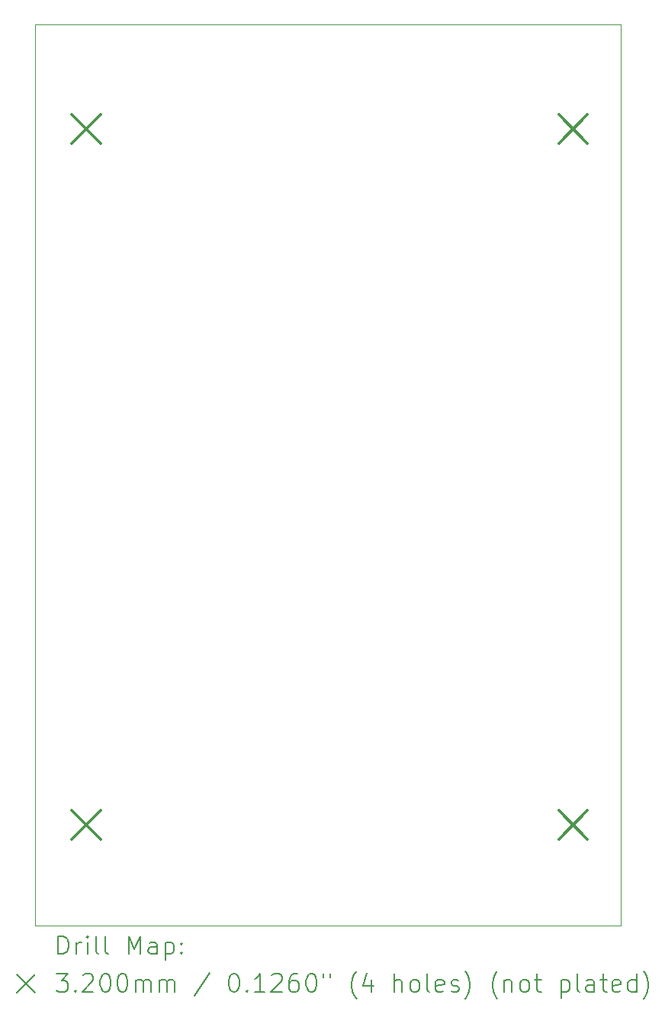
<source format=gbr>
%TF.GenerationSoftware,KiCad,Pcbnew,9.0.6*%
%TF.CreationDate,2025-12-24T02:21:30+01:00*%
%TF.ProjectId,secondary_mmc,7365636f-6e64-4617-9279-5f6d6d632e6b,rev?*%
%TF.SameCoordinates,Original*%
%TF.FileFunction,Drillmap*%
%TF.FilePolarity,Positive*%
%FSLAX45Y45*%
G04 Gerber Fmt 4.5, Leading zero omitted, Abs format (unit mm)*
G04 Created by KiCad (PCBNEW 9.0.6) date 2025-12-24 02:21:30*
%MOMM*%
%LPD*%
G01*
G04 APERTURE LIST*
%ADD10C,0.050000*%
%ADD11C,0.200000*%
%ADD12C,0.320000*%
G04 APERTURE END LIST*
D10*
X8125000Y-7650000D02*
X14625000Y-7650000D01*
X14625000Y-17650000D01*
X8125000Y-17650000D01*
X8125000Y-7650000D01*
D11*
D12*
X8530000Y-8650000D02*
X8850000Y-8970000D01*
X8850000Y-8650000D02*
X8530000Y-8970000D01*
X8530000Y-16370000D02*
X8850000Y-16690000D01*
X8850000Y-16370000D02*
X8530000Y-16690000D01*
X13940000Y-8650000D02*
X14260000Y-8970000D01*
X14260000Y-8650000D02*
X13940000Y-8970000D01*
X13940000Y-16370000D02*
X14260000Y-16690000D01*
X14260000Y-16370000D02*
X13940000Y-16690000D01*
D11*
X8383277Y-17963984D02*
X8383277Y-17763984D01*
X8383277Y-17763984D02*
X8430896Y-17763984D01*
X8430896Y-17763984D02*
X8459467Y-17773508D01*
X8459467Y-17773508D02*
X8478515Y-17792555D01*
X8478515Y-17792555D02*
X8488039Y-17811603D01*
X8488039Y-17811603D02*
X8497563Y-17849698D01*
X8497563Y-17849698D02*
X8497563Y-17878270D01*
X8497563Y-17878270D02*
X8488039Y-17916365D01*
X8488039Y-17916365D02*
X8478515Y-17935412D01*
X8478515Y-17935412D02*
X8459467Y-17954460D01*
X8459467Y-17954460D02*
X8430896Y-17963984D01*
X8430896Y-17963984D02*
X8383277Y-17963984D01*
X8583277Y-17963984D02*
X8583277Y-17830650D01*
X8583277Y-17868746D02*
X8592801Y-17849698D01*
X8592801Y-17849698D02*
X8602324Y-17840174D01*
X8602324Y-17840174D02*
X8621372Y-17830650D01*
X8621372Y-17830650D02*
X8640420Y-17830650D01*
X8707086Y-17963984D02*
X8707086Y-17830650D01*
X8707086Y-17763984D02*
X8697563Y-17773508D01*
X8697563Y-17773508D02*
X8707086Y-17783031D01*
X8707086Y-17783031D02*
X8716610Y-17773508D01*
X8716610Y-17773508D02*
X8707086Y-17763984D01*
X8707086Y-17763984D02*
X8707086Y-17783031D01*
X8830896Y-17963984D02*
X8811848Y-17954460D01*
X8811848Y-17954460D02*
X8802324Y-17935412D01*
X8802324Y-17935412D02*
X8802324Y-17763984D01*
X8935658Y-17963984D02*
X8916610Y-17954460D01*
X8916610Y-17954460D02*
X8907086Y-17935412D01*
X8907086Y-17935412D02*
X8907086Y-17763984D01*
X9164229Y-17963984D02*
X9164229Y-17763984D01*
X9164229Y-17763984D02*
X9230896Y-17906841D01*
X9230896Y-17906841D02*
X9297563Y-17763984D01*
X9297563Y-17763984D02*
X9297563Y-17963984D01*
X9478515Y-17963984D02*
X9478515Y-17859222D01*
X9478515Y-17859222D02*
X9468991Y-17840174D01*
X9468991Y-17840174D02*
X9449944Y-17830650D01*
X9449944Y-17830650D02*
X9411848Y-17830650D01*
X9411848Y-17830650D02*
X9392801Y-17840174D01*
X9478515Y-17954460D02*
X9459467Y-17963984D01*
X9459467Y-17963984D02*
X9411848Y-17963984D01*
X9411848Y-17963984D02*
X9392801Y-17954460D01*
X9392801Y-17954460D02*
X9383277Y-17935412D01*
X9383277Y-17935412D02*
X9383277Y-17916365D01*
X9383277Y-17916365D02*
X9392801Y-17897317D01*
X9392801Y-17897317D02*
X9411848Y-17887793D01*
X9411848Y-17887793D02*
X9459467Y-17887793D01*
X9459467Y-17887793D02*
X9478515Y-17878270D01*
X9573753Y-17830650D02*
X9573753Y-18030650D01*
X9573753Y-17840174D02*
X9592801Y-17830650D01*
X9592801Y-17830650D02*
X9630896Y-17830650D01*
X9630896Y-17830650D02*
X9649944Y-17840174D01*
X9649944Y-17840174D02*
X9659467Y-17849698D01*
X9659467Y-17849698D02*
X9668991Y-17868746D01*
X9668991Y-17868746D02*
X9668991Y-17925889D01*
X9668991Y-17925889D02*
X9659467Y-17944936D01*
X9659467Y-17944936D02*
X9649944Y-17954460D01*
X9649944Y-17954460D02*
X9630896Y-17963984D01*
X9630896Y-17963984D02*
X9592801Y-17963984D01*
X9592801Y-17963984D02*
X9573753Y-17954460D01*
X9754705Y-17944936D02*
X9764229Y-17954460D01*
X9764229Y-17954460D02*
X9754705Y-17963984D01*
X9754705Y-17963984D02*
X9745182Y-17954460D01*
X9745182Y-17954460D02*
X9754705Y-17944936D01*
X9754705Y-17944936D02*
X9754705Y-17963984D01*
X9754705Y-17840174D02*
X9764229Y-17849698D01*
X9764229Y-17849698D02*
X9754705Y-17859222D01*
X9754705Y-17859222D02*
X9745182Y-17849698D01*
X9745182Y-17849698D02*
X9754705Y-17840174D01*
X9754705Y-17840174D02*
X9754705Y-17859222D01*
X7922500Y-18192500D02*
X8122500Y-18392500D01*
X8122500Y-18192500D02*
X7922500Y-18392500D01*
X8364229Y-18183984D02*
X8488039Y-18183984D01*
X8488039Y-18183984D02*
X8421372Y-18260174D01*
X8421372Y-18260174D02*
X8449944Y-18260174D01*
X8449944Y-18260174D02*
X8468991Y-18269698D01*
X8468991Y-18269698D02*
X8478515Y-18279222D01*
X8478515Y-18279222D02*
X8488039Y-18298270D01*
X8488039Y-18298270D02*
X8488039Y-18345889D01*
X8488039Y-18345889D02*
X8478515Y-18364936D01*
X8478515Y-18364936D02*
X8468991Y-18374460D01*
X8468991Y-18374460D02*
X8449944Y-18383984D01*
X8449944Y-18383984D02*
X8392801Y-18383984D01*
X8392801Y-18383984D02*
X8373753Y-18374460D01*
X8373753Y-18374460D02*
X8364229Y-18364936D01*
X8573753Y-18364936D02*
X8583277Y-18374460D01*
X8583277Y-18374460D02*
X8573753Y-18383984D01*
X8573753Y-18383984D02*
X8564229Y-18374460D01*
X8564229Y-18374460D02*
X8573753Y-18364936D01*
X8573753Y-18364936D02*
X8573753Y-18383984D01*
X8659467Y-18203031D02*
X8668991Y-18193508D01*
X8668991Y-18193508D02*
X8688039Y-18183984D01*
X8688039Y-18183984D02*
X8735658Y-18183984D01*
X8735658Y-18183984D02*
X8754705Y-18193508D01*
X8754705Y-18193508D02*
X8764229Y-18203031D01*
X8764229Y-18203031D02*
X8773753Y-18222079D01*
X8773753Y-18222079D02*
X8773753Y-18241127D01*
X8773753Y-18241127D02*
X8764229Y-18269698D01*
X8764229Y-18269698D02*
X8649944Y-18383984D01*
X8649944Y-18383984D02*
X8773753Y-18383984D01*
X8897563Y-18183984D02*
X8916610Y-18183984D01*
X8916610Y-18183984D02*
X8935658Y-18193508D01*
X8935658Y-18193508D02*
X8945182Y-18203031D01*
X8945182Y-18203031D02*
X8954705Y-18222079D01*
X8954705Y-18222079D02*
X8964229Y-18260174D01*
X8964229Y-18260174D02*
X8964229Y-18307793D01*
X8964229Y-18307793D02*
X8954705Y-18345889D01*
X8954705Y-18345889D02*
X8945182Y-18364936D01*
X8945182Y-18364936D02*
X8935658Y-18374460D01*
X8935658Y-18374460D02*
X8916610Y-18383984D01*
X8916610Y-18383984D02*
X8897563Y-18383984D01*
X8897563Y-18383984D02*
X8878515Y-18374460D01*
X8878515Y-18374460D02*
X8868991Y-18364936D01*
X8868991Y-18364936D02*
X8859467Y-18345889D01*
X8859467Y-18345889D02*
X8849944Y-18307793D01*
X8849944Y-18307793D02*
X8849944Y-18260174D01*
X8849944Y-18260174D02*
X8859467Y-18222079D01*
X8859467Y-18222079D02*
X8868991Y-18203031D01*
X8868991Y-18203031D02*
X8878515Y-18193508D01*
X8878515Y-18193508D02*
X8897563Y-18183984D01*
X9088039Y-18183984D02*
X9107086Y-18183984D01*
X9107086Y-18183984D02*
X9126134Y-18193508D01*
X9126134Y-18193508D02*
X9135658Y-18203031D01*
X9135658Y-18203031D02*
X9145182Y-18222079D01*
X9145182Y-18222079D02*
X9154705Y-18260174D01*
X9154705Y-18260174D02*
X9154705Y-18307793D01*
X9154705Y-18307793D02*
X9145182Y-18345889D01*
X9145182Y-18345889D02*
X9135658Y-18364936D01*
X9135658Y-18364936D02*
X9126134Y-18374460D01*
X9126134Y-18374460D02*
X9107086Y-18383984D01*
X9107086Y-18383984D02*
X9088039Y-18383984D01*
X9088039Y-18383984D02*
X9068991Y-18374460D01*
X9068991Y-18374460D02*
X9059467Y-18364936D01*
X9059467Y-18364936D02*
X9049944Y-18345889D01*
X9049944Y-18345889D02*
X9040420Y-18307793D01*
X9040420Y-18307793D02*
X9040420Y-18260174D01*
X9040420Y-18260174D02*
X9049944Y-18222079D01*
X9049944Y-18222079D02*
X9059467Y-18203031D01*
X9059467Y-18203031D02*
X9068991Y-18193508D01*
X9068991Y-18193508D02*
X9088039Y-18183984D01*
X9240420Y-18383984D02*
X9240420Y-18250650D01*
X9240420Y-18269698D02*
X9249944Y-18260174D01*
X9249944Y-18260174D02*
X9268991Y-18250650D01*
X9268991Y-18250650D02*
X9297563Y-18250650D01*
X9297563Y-18250650D02*
X9316610Y-18260174D01*
X9316610Y-18260174D02*
X9326134Y-18279222D01*
X9326134Y-18279222D02*
X9326134Y-18383984D01*
X9326134Y-18279222D02*
X9335658Y-18260174D01*
X9335658Y-18260174D02*
X9354705Y-18250650D01*
X9354705Y-18250650D02*
X9383277Y-18250650D01*
X9383277Y-18250650D02*
X9402325Y-18260174D01*
X9402325Y-18260174D02*
X9411848Y-18279222D01*
X9411848Y-18279222D02*
X9411848Y-18383984D01*
X9507086Y-18383984D02*
X9507086Y-18250650D01*
X9507086Y-18269698D02*
X9516610Y-18260174D01*
X9516610Y-18260174D02*
X9535658Y-18250650D01*
X9535658Y-18250650D02*
X9564229Y-18250650D01*
X9564229Y-18250650D02*
X9583277Y-18260174D01*
X9583277Y-18260174D02*
X9592801Y-18279222D01*
X9592801Y-18279222D02*
X9592801Y-18383984D01*
X9592801Y-18279222D02*
X9602325Y-18260174D01*
X9602325Y-18260174D02*
X9621372Y-18250650D01*
X9621372Y-18250650D02*
X9649944Y-18250650D01*
X9649944Y-18250650D02*
X9668991Y-18260174D01*
X9668991Y-18260174D02*
X9678515Y-18279222D01*
X9678515Y-18279222D02*
X9678515Y-18383984D01*
X10068991Y-18174460D02*
X9897563Y-18431603D01*
X10326134Y-18183984D02*
X10345182Y-18183984D01*
X10345182Y-18183984D02*
X10364229Y-18193508D01*
X10364229Y-18193508D02*
X10373753Y-18203031D01*
X10373753Y-18203031D02*
X10383277Y-18222079D01*
X10383277Y-18222079D02*
X10392801Y-18260174D01*
X10392801Y-18260174D02*
X10392801Y-18307793D01*
X10392801Y-18307793D02*
X10383277Y-18345889D01*
X10383277Y-18345889D02*
X10373753Y-18364936D01*
X10373753Y-18364936D02*
X10364229Y-18374460D01*
X10364229Y-18374460D02*
X10345182Y-18383984D01*
X10345182Y-18383984D02*
X10326134Y-18383984D01*
X10326134Y-18383984D02*
X10307087Y-18374460D01*
X10307087Y-18374460D02*
X10297563Y-18364936D01*
X10297563Y-18364936D02*
X10288039Y-18345889D01*
X10288039Y-18345889D02*
X10278515Y-18307793D01*
X10278515Y-18307793D02*
X10278515Y-18260174D01*
X10278515Y-18260174D02*
X10288039Y-18222079D01*
X10288039Y-18222079D02*
X10297563Y-18203031D01*
X10297563Y-18203031D02*
X10307087Y-18193508D01*
X10307087Y-18193508D02*
X10326134Y-18183984D01*
X10478515Y-18364936D02*
X10488039Y-18374460D01*
X10488039Y-18374460D02*
X10478515Y-18383984D01*
X10478515Y-18383984D02*
X10468991Y-18374460D01*
X10468991Y-18374460D02*
X10478515Y-18364936D01*
X10478515Y-18364936D02*
X10478515Y-18383984D01*
X10678515Y-18383984D02*
X10564229Y-18383984D01*
X10621372Y-18383984D02*
X10621372Y-18183984D01*
X10621372Y-18183984D02*
X10602325Y-18212555D01*
X10602325Y-18212555D02*
X10583277Y-18231603D01*
X10583277Y-18231603D02*
X10564229Y-18241127D01*
X10754706Y-18203031D02*
X10764229Y-18193508D01*
X10764229Y-18193508D02*
X10783277Y-18183984D01*
X10783277Y-18183984D02*
X10830896Y-18183984D01*
X10830896Y-18183984D02*
X10849944Y-18193508D01*
X10849944Y-18193508D02*
X10859468Y-18203031D01*
X10859468Y-18203031D02*
X10868991Y-18222079D01*
X10868991Y-18222079D02*
X10868991Y-18241127D01*
X10868991Y-18241127D02*
X10859468Y-18269698D01*
X10859468Y-18269698D02*
X10745182Y-18383984D01*
X10745182Y-18383984D02*
X10868991Y-18383984D01*
X11040420Y-18183984D02*
X11002325Y-18183984D01*
X11002325Y-18183984D02*
X10983277Y-18193508D01*
X10983277Y-18193508D02*
X10973753Y-18203031D01*
X10973753Y-18203031D02*
X10954706Y-18231603D01*
X10954706Y-18231603D02*
X10945182Y-18269698D01*
X10945182Y-18269698D02*
X10945182Y-18345889D01*
X10945182Y-18345889D02*
X10954706Y-18364936D01*
X10954706Y-18364936D02*
X10964229Y-18374460D01*
X10964229Y-18374460D02*
X10983277Y-18383984D01*
X10983277Y-18383984D02*
X11021372Y-18383984D01*
X11021372Y-18383984D02*
X11040420Y-18374460D01*
X11040420Y-18374460D02*
X11049944Y-18364936D01*
X11049944Y-18364936D02*
X11059468Y-18345889D01*
X11059468Y-18345889D02*
X11059468Y-18298270D01*
X11059468Y-18298270D02*
X11049944Y-18279222D01*
X11049944Y-18279222D02*
X11040420Y-18269698D01*
X11040420Y-18269698D02*
X11021372Y-18260174D01*
X11021372Y-18260174D02*
X10983277Y-18260174D01*
X10983277Y-18260174D02*
X10964229Y-18269698D01*
X10964229Y-18269698D02*
X10954706Y-18279222D01*
X10954706Y-18279222D02*
X10945182Y-18298270D01*
X11183277Y-18183984D02*
X11202325Y-18183984D01*
X11202325Y-18183984D02*
X11221372Y-18193508D01*
X11221372Y-18193508D02*
X11230896Y-18203031D01*
X11230896Y-18203031D02*
X11240420Y-18222079D01*
X11240420Y-18222079D02*
X11249944Y-18260174D01*
X11249944Y-18260174D02*
X11249944Y-18307793D01*
X11249944Y-18307793D02*
X11240420Y-18345889D01*
X11240420Y-18345889D02*
X11230896Y-18364936D01*
X11230896Y-18364936D02*
X11221372Y-18374460D01*
X11221372Y-18374460D02*
X11202325Y-18383984D01*
X11202325Y-18383984D02*
X11183277Y-18383984D01*
X11183277Y-18383984D02*
X11164229Y-18374460D01*
X11164229Y-18374460D02*
X11154706Y-18364936D01*
X11154706Y-18364936D02*
X11145182Y-18345889D01*
X11145182Y-18345889D02*
X11135658Y-18307793D01*
X11135658Y-18307793D02*
X11135658Y-18260174D01*
X11135658Y-18260174D02*
X11145182Y-18222079D01*
X11145182Y-18222079D02*
X11154706Y-18203031D01*
X11154706Y-18203031D02*
X11164229Y-18193508D01*
X11164229Y-18193508D02*
X11183277Y-18183984D01*
X11326134Y-18183984D02*
X11326134Y-18222079D01*
X11402325Y-18183984D02*
X11402325Y-18222079D01*
X11697563Y-18460174D02*
X11688039Y-18450650D01*
X11688039Y-18450650D02*
X11668991Y-18422079D01*
X11668991Y-18422079D02*
X11659468Y-18403031D01*
X11659468Y-18403031D02*
X11649944Y-18374460D01*
X11649944Y-18374460D02*
X11640420Y-18326841D01*
X11640420Y-18326841D02*
X11640420Y-18288746D01*
X11640420Y-18288746D02*
X11649944Y-18241127D01*
X11649944Y-18241127D02*
X11659468Y-18212555D01*
X11659468Y-18212555D02*
X11668991Y-18193508D01*
X11668991Y-18193508D02*
X11688039Y-18164936D01*
X11688039Y-18164936D02*
X11697563Y-18155412D01*
X11859468Y-18250650D02*
X11859468Y-18383984D01*
X11811848Y-18174460D02*
X11764229Y-18317317D01*
X11764229Y-18317317D02*
X11888039Y-18317317D01*
X12116610Y-18383984D02*
X12116610Y-18183984D01*
X12202325Y-18383984D02*
X12202325Y-18279222D01*
X12202325Y-18279222D02*
X12192801Y-18260174D01*
X12192801Y-18260174D02*
X12173753Y-18250650D01*
X12173753Y-18250650D02*
X12145182Y-18250650D01*
X12145182Y-18250650D02*
X12126134Y-18260174D01*
X12126134Y-18260174D02*
X12116610Y-18269698D01*
X12326134Y-18383984D02*
X12307087Y-18374460D01*
X12307087Y-18374460D02*
X12297563Y-18364936D01*
X12297563Y-18364936D02*
X12288039Y-18345889D01*
X12288039Y-18345889D02*
X12288039Y-18288746D01*
X12288039Y-18288746D02*
X12297563Y-18269698D01*
X12297563Y-18269698D02*
X12307087Y-18260174D01*
X12307087Y-18260174D02*
X12326134Y-18250650D01*
X12326134Y-18250650D02*
X12354706Y-18250650D01*
X12354706Y-18250650D02*
X12373753Y-18260174D01*
X12373753Y-18260174D02*
X12383277Y-18269698D01*
X12383277Y-18269698D02*
X12392801Y-18288746D01*
X12392801Y-18288746D02*
X12392801Y-18345889D01*
X12392801Y-18345889D02*
X12383277Y-18364936D01*
X12383277Y-18364936D02*
X12373753Y-18374460D01*
X12373753Y-18374460D02*
X12354706Y-18383984D01*
X12354706Y-18383984D02*
X12326134Y-18383984D01*
X12507087Y-18383984D02*
X12488039Y-18374460D01*
X12488039Y-18374460D02*
X12478515Y-18355412D01*
X12478515Y-18355412D02*
X12478515Y-18183984D01*
X12659468Y-18374460D02*
X12640420Y-18383984D01*
X12640420Y-18383984D02*
X12602325Y-18383984D01*
X12602325Y-18383984D02*
X12583277Y-18374460D01*
X12583277Y-18374460D02*
X12573753Y-18355412D01*
X12573753Y-18355412D02*
X12573753Y-18279222D01*
X12573753Y-18279222D02*
X12583277Y-18260174D01*
X12583277Y-18260174D02*
X12602325Y-18250650D01*
X12602325Y-18250650D02*
X12640420Y-18250650D01*
X12640420Y-18250650D02*
X12659468Y-18260174D01*
X12659468Y-18260174D02*
X12668991Y-18279222D01*
X12668991Y-18279222D02*
X12668991Y-18298270D01*
X12668991Y-18298270D02*
X12573753Y-18317317D01*
X12745182Y-18374460D02*
X12764230Y-18383984D01*
X12764230Y-18383984D02*
X12802325Y-18383984D01*
X12802325Y-18383984D02*
X12821372Y-18374460D01*
X12821372Y-18374460D02*
X12830896Y-18355412D01*
X12830896Y-18355412D02*
X12830896Y-18345889D01*
X12830896Y-18345889D02*
X12821372Y-18326841D01*
X12821372Y-18326841D02*
X12802325Y-18317317D01*
X12802325Y-18317317D02*
X12773753Y-18317317D01*
X12773753Y-18317317D02*
X12754706Y-18307793D01*
X12754706Y-18307793D02*
X12745182Y-18288746D01*
X12745182Y-18288746D02*
X12745182Y-18279222D01*
X12745182Y-18279222D02*
X12754706Y-18260174D01*
X12754706Y-18260174D02*
X12773753Y-18250650D01*
X12773753Y-18250650D02*
X12802325Y-18250650D01*
X12802325Y-18250650D02*
X12821372Y-18260174D01*
X12897563Y-18460174D02*
X12907087Y-18450650D01*
X12907087Y-18450650D02*
X12926134Y-18422079D01*
X12926134Y-18422079D02*
X12935658Y-18403031D01*
X12935658Y-18403031D02*
X12945182Y-18374460D01*
X12945182Y-18374460D02*
X12954706Y-18326841D01*
X12954706Y-18326841D02*
X12954706Y-18288746D01*
X12954706Y-18288746D02*
X12945182Y-18241127D01*
X12945182Y-18241127D02*
X12935658Y-18212555D01*
X12935658Y-18212555D02*
X12926134Y-18193508D01*
X12926134Y-18193508D02*
X12907087Y-18164936D01*
X12907087Y-18164936D02*
X12897563Y-18155412D01*
X13259468Y-18460174D02*
X13249944Y-18450650D01*
X13249944Y-18450650D02*
X13230896Y-18422079D01*
X13230896Y-18422079D02*
X13221372Y-18403031D01*
X13221372Y-18403031D02*
X13211849Y-18374460D01*
X13211849Y-18374460D02*
X13202325Y-18326841D01*
X13202325Y-18326841D02*
X13202325Y-18288746D01*
X13202325Y-18288746D02*
X13211849Y-18241127D01*
X13211849Y-18241127D02*
X13221372Y-18212555D01*
X13221372Y-18212555D02*
X13230896Y-18193508D01*
X13230896Y-18193508D02*
X13249944Y-18164936D01*
X13249944Y-18164936D02*
X13259468Y-18155412D01*
X13335658Y-18250650D02*
X13335658Y-18383984D01*
X13335658Y-18269698D02*
X13345182Y-18260174D01*
X13345182Y-18260174D02*
X13364230Y-18250650D01*
X13364230Y-18250650D02*
X13392801Y-18250650D01*
X13392801Y-18250650D02*
X13411849Y-18260174D01*
X13411849Y-18260174D02*
X13421372Y-18279222D01*
X13421372Y-18279222D02*
X13421372Y-18383984D01*
X13545182Y-18383984D02*
X13526134Y-18374460D01*
X13526134Y-18374460D02*
X13516611Y-18364936D01*
X13516611Y-18364936D02*
X13507087Y-18345889D01*
X13507087Y-18345889D02*
X13507087Y-18288746D01*
X13507087Y-18288746D02*
X13516611Y-18269698D01*
X13516611Y-18269698D02*
X13526134Y-18260174D01*
X13526134Y-18260174D02*
X13545182Y-18250650D01*
X13545182Y-18250650D02*
X13573753Y-18250650D01*
X13573753Y-18250650D02*
X13592801Y-18260174D01*
X13592801Y-18260174D02*
X13602325Y-18269698D01*
X13602325Y-18269698D02*
X13611849Y-18288746D01*
X13611849Y-18288746D02*
X13611849Y-18345889D01*
X13611849Y-18345889D02*
X13602325Y-18364936D01*
X13602325Y-18364936D02*
X13592801Y-18374460D01*
X13592801Y-18374460D02*
X13573753Y-18383984D01*
X13573753Y-18383984D02*
X13545182Y-18383984D01*
X13668992Y-18250650D02*
X13745182Y-18250650D01*
X13697563Y-18183984D02*
X13697563Y-18355412D01*
X13697563Y-18355412D02*
X13707087Y-18374460D01*
X13707087Y-18374460D02*
X13726134Y-18383984D01*
X13726134Y-18383984D02*
X13745182Y-18383984D01*
X13964230Y-18250650D02*
X13964230Y-18450650D01*
X13964230Y-18260174D02*
X13983277Y-18250650D01*
X13983277Y-18250650D02*
X14021373Y-18250650D01*
X14021373Y-18250650D02*
X14040420Y-18260174D01*
X14040420Y-18260174D02*
X14049944Y-18269698D01*
X14049944Y-18269698D02*
X14059468Y-18288746D01*
X14059468Y-18288746D02*
X14059468Y-18345889D01*
X14059468Y-18345889D02*
X14049944Y-18364936D01*
X14049944Y-18364936D02*
X14040420Y-18374460D01*
X14040420Y-18374460D02*
X14021373Y-18383984D01*
X14021373Y-18383984D02*
X13983277Y-18383984D01*
X13983277Y-18383984D02*
X13964230Y-18374460D01*
X14173753Y-18383984D02*
X14154706Y-18374460D01*
X14154706Y-18374460D02*
X14145182Y-18355412D01*
X14145182Y-18355412D02*
X14145182Y-18183984D01*
X14335658Y-18383984D02*
X14335658Y-18279222D01*
X14335658Y-18279222D02*
X14326134Y-18260174D01*
X14326134Y-18260174D02*
X14307087Y-18250650D01*
X14307087Y-18250650D02*
X14268992Y-18250650D01*
X14268992Y-18250650D02*
X14249944Y-18260174D01*
X14335658Y-18374460D02*
X14316611Y-18383984D01*
X14316611Y-18383984D02*
X14268992Y-18383984D01*
X14268992Y-18383984D02*
X14249944Y-18374460D01*
X14249944Y-18374460D02*
X14240420Y-18355412D01*
X14240420Y-18355412D02*
X14240420Y-18336365D01*
X14240420Y-18336365D02*
X14249944Y-18317317D01*
X14249944Y-18317317D02*
X14268992Y-18307793D01*
X14268992Y-18307793D02*
X14316611Y-18307793D01*
X14316611Y-18307793D02*
X14335658Y-18298270D01*
X14402325Y-18250650D02*
X14478515Y-18250650D01*
X14430896Y-18183984D02*
X14430896Y-18355412D01*
X14430896Y-18355412D02*
X14440420Y-18374460D01*
X14440420Y-18374460D02*
X14459468Y-18383984D01*
X14459468Y-18383984D02*
X14478515Y-18383984D01*
X14621373Y-18374460D02*
X14602325Y-18383984D01*
X14602325Y-18383984D02*
X14564230Y-18383984D01*
X14564230Y-18383984D02*
X14545182Y-18374460D01*
X14545182Y-18374460D02*
X14535658Y-18355412D01*
X14535658Y-18355412D02*
X14535658Y-18279222D01*
X14535658Y-18279222D02*
X14545182Y-18260174D01*
X14545182Y-18260174D02*
X14564230Y-18250650D01*
X14564230Y-18250650D02*
X14602325Y-18250650D01*
X14602325Y-18250650D02*
X14621373Y-18260174D01*
X14621373Y-18260174D02*
X14630896Y-18279222D01*
X14630896Y-18279222D02*
X14630896Y-18298270D01*
X14630896Y-18298270D02*
X14535658Y-18317317D01*
X14802325Y-18383984D02*
X14802325Y-18183984D01*
X14802325Y-18374460D02*
X14783277Y-18383984D01*
X14783277Y-18383984D02*
X14745182Y-18383984D01*
X14745182Y-18383984D02*
X14726134Y-18374460D01*
X14726134Y-18374460D02*
X14716611Y-18364936D01*
X14716611Y-18364936D02*
X14707087Y-18345889D01*
X14707087Y-18345889D02*
X14707087Y-18288746D01*
X14707087Y-18288746D02*
X14716611Y-18269698D01*
X14716611Y-18269698D02*
X14726134Y-18260174D01*
X14726134Y-18260174D02*
X14745182Y-18250650D01*
X14745182Y-18250650D02*
X14783277Y-18250650D01*
X14783277Y-18250650D02*
X14802325Y-18260174D01*
X14878515Y-18460174D02*
X14888039Y-18450650D01*
X14888039Y-18450650D02*
X14907087Y-18422079D01*
X14907087Y-18422079D02*
X14916611Y-18403031D01*
X14916611Y-18403031D02*
X14926134Y-18374460D01*
X14926134Y-18374460D02*
X14935658Y-18326841D01*
X14935658Y-18326841D02*
X14935658Y-18288746D01*
X14935658Y-18288746D02*
X14926134Y-18241127D01*
X14926134Y-18241127D02*
X14916611Y-18212555D01*
X14916611Y-18212555D02*
X14907087Y-18193508D01*
X14907087Y-18193508D02*
X14888039Y-18164936D01*
X14888039Y-18164936D02*
X14878515Y-18155412D01*
M02*

</source>
